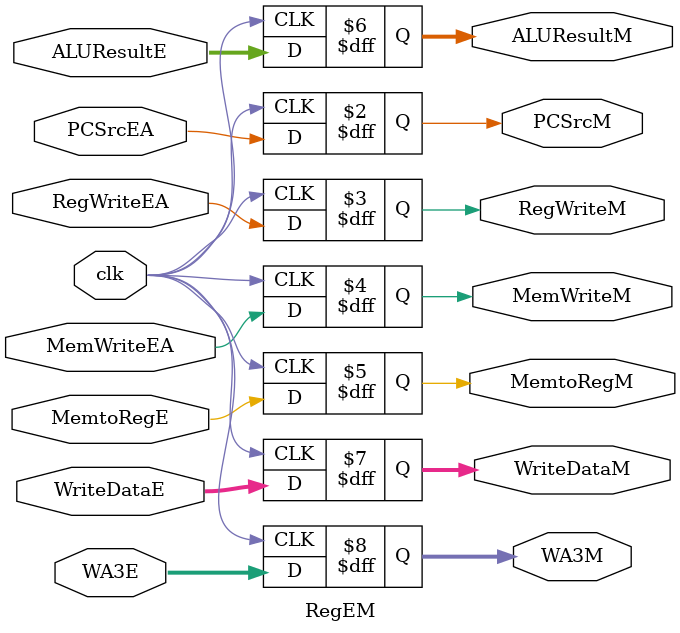
<source format=sv>
module RegEM (	input logic clk,
					input logic PCSrcEA, RegWriteEA, MemWriteEA, MemtoRegE,
					input logic [31:0] ALUResultE, WriteDataE,
					input logic [3:0] WA3E,
					output logic PCSrcM, RegWriteM, MemWriteM, MemtoRegM,
					output logic [31:0] ALUResultM, WriteDataM,
					output logic [3:0] WA3M);
					

always_ff @(negedge clk) begin

		PCSrcM <= PCSrcEA;
		RegWriteM <= RegWriteEA;
		MemWriteM <= MemWriteEA;
		MemtoRegM <= MemtoRegE;
		ALUResultM <= ALUResultE;
		WriteDataM <= WriteDataE;
		WA3M <= WA3E;

end

endmodule
</source>
